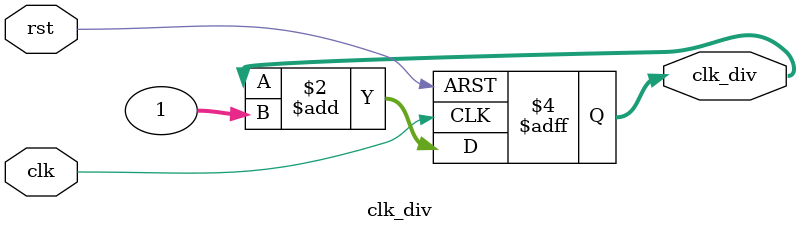
<source format=v>
`timescale 1ps/1ps
module clk_div(
    input clk,
    input rst,
    output reg[31:0]clk_div
);
initial begin
clk_div=0;
end
    always @(posedge clk or posedge rst) begin
        if(rst)
            clk_div<=32'd0;
        else
            clk_div<=clk_div+1;
    end
endmodule
</source>
